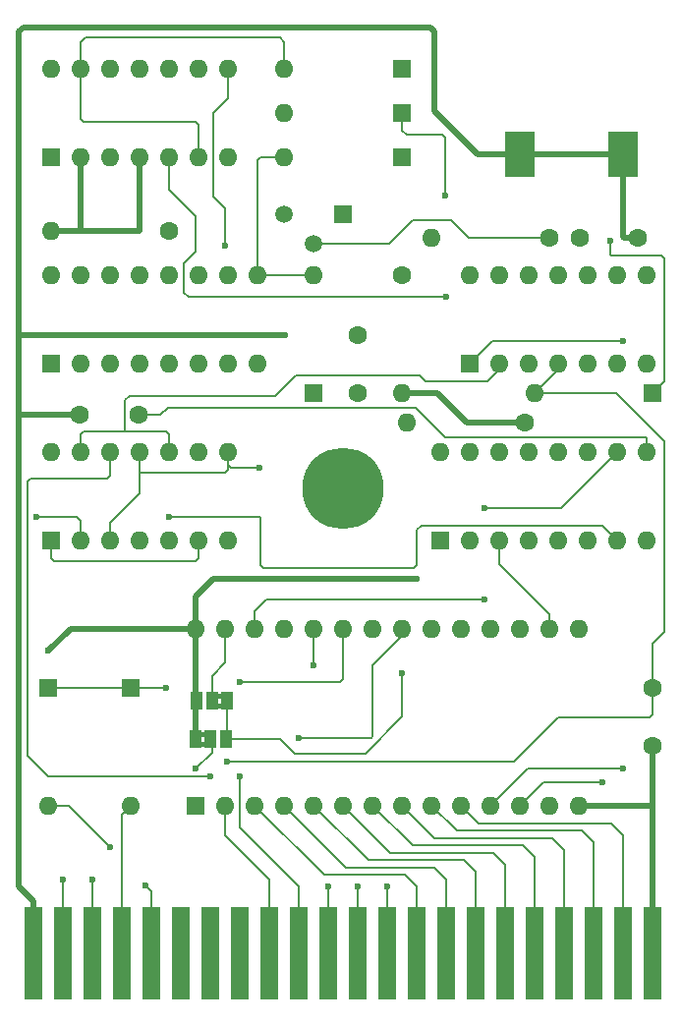
<source format=gbr>
%TF.GenerationSoftware,KiCad,Pcbnew,7.0.10+dfsg-1*%
%TF.CreationDate,2024-01-16T13:03:33+01:00*%
%TF.ProjectId,C64NIKI2,4336344e-494b-4493-922e-6b696361645f,rev?*%
%TF.SameCoordinates,Original*%
%TF.FileFunction,Copper,L2,Bot*%
%TF.FilePolarity,Positive*%
%FSLAX46Y46*%
G04 Gerber Fmt 4.6, Leading zero omitted, Abs format (unit mm)*
G04 Created by KiCad (PCBNEW 7.0.10+dfsg-1) date 2024-01-16 13:03:33*
%MOMM*%
%LPD*%
G01*
G04 APERTURE LIST*
%TA.AperFunction,ComponentPad*%
%ADD10R,1.600000X1.600000*%
%TD*%
%TA.AperFunction,ComponentPad*%
%ADD11O,1.600000X1.600000*%
%TD*%
%TA.AperFunction,ComponentPad*%
%ADD12C,1.600000*%
%TD*%
%TA.AperFunction,SMDPad,CuDef*%
%ADD13R,2.540000X3.871726*%
%TD*%
%TA.AperFunction,ComponentPad*%
%ADD14R,1.500000X1.500000*%
%TD*%
%TA.AperFunction,ComponentPad*%
%ADD15C,1.500000*%
%TD*%
%TA.AperFunction,SMDPad,CuDef*%
%ADD16R,1.000000X1.500000*%
%TD*%
%TA.AperFunction,ComponentPad*%
%ADD17C,7.000000*%
%TD*%
%TA.AperFunction,SMDPad,CuDef*%
%ADD18R,1.524000X8.000000*%
%TD*%
%TA.AperFunction,ViaPad*%
%ADD19C,0.600000*%
%TD*%
%TA.AperFunction,Conductor*%
%ADD20C,0.500000*%
%TD*%
%TA.AperFunction,Conductor*%
%ADD21C,0.200000*%
%TD*%
G04 APERTURE END LIST*
%TA.AperFunction,EtchedComponent*%
%TO.C,JP1*%
G36*
X108820000Y-154105000D02*
G01*
X108320000Y-154105000D01*
X108320000Y-153705000D01*
X108820000Y-153705000D01*
X108820000Y-154105000D01*
G37*
%TD.AperFunction*%
%TA.AperFunction,EtchedComponent*%
G36*
X108820000Y-154905000D02*
G01*
X108320000Y-154905000D01*
X108320000Y-154505000D01*
X108820000Y-154505000D01*
X108820000Y-154905000D01*
G37*
%TD.AperFunction*%
%TA.AperFunction,EtchedComponent*%
%TO.C,JP2*%
G36*
X110217000Y-151603000D02*
G01*
X109717000Y-151603000D01*
X109717000Y-151203000D01*
X110217000Y-151203000D01*
X110217000Y-151603000D01*
G37*
%TD.AperFunction*%
%TA.AperFunction,EtchedComponent*%
G36*
X110217000Y-150803000D02*
G01*
X109717000Y-150803000D01*
X109717000Y-150403000D01*
X110217000Y-150403000D01*
X110217000Y-150803000D01*
G37*
%TD.AperFunction*%
%TD*%
D10*
%TO.P,U4,1*%
%TO.N,Net-(U5-Q2)*%
X131572000Y-121920000D03*
D11*
%TO.P,U4,2*%
%TO.N,Net-(U3-Pad10)*%
X134112000Y-121920000D03*
%TO.P,U4,3*%
%TO.N,Net-(U5-Q1)*%
X136652000Y-121920000D03*
%TO.P,U4,4*%
%TO.N,/EXROM*%
X139192000Y-121920000D03*
%TO.P,U4,5*%
%TO.N,GND*%
X141732000Y-121920000D03*
%TO.P,U4,6*%
%TO.N,unconnected-(U4-Pad6)*%
X144272000Y-121920000D03*
%TO.P,U4,7,GND*%
%TO.N,GND*%
X146812000Y-121920000D03*
%TO.P,U4,8*%
%TO.N,unconnected-(U4-Pad8)*%
X146812000Y-114300000D03*
%TO.P,U4,9*%
%TO.N,GND*%
X144272000Y-114300000D03*
%TO.P,U4,10*%
%TO.N,unconnected-(U4-Pad10)*%
X141732000Y-114300000D03*
%TO.P,U4,11*%
%TO.N,GND*%
X139192000Y-114300000D03*
%TO.P,U4,12*%
%TO.N,unconnected-(U4-Pad12)*%
X136652000Y-114300000D03*
%TO.P,U4,13*%
%TO.N,GND*%
X134112000Y-114300000D03*
%TO.P,U4,14,VCC*%
%TO.N,VCC*%
X131572000Y-114300000D03*
%TD*%
D12*
%TO.P,C3,1*%
%TO.N,Net-(Q1-B)*%
X141010000Y-111125000D03*
%TO.P,C3,2*%
%TO.N,GND*%
X146010000Y-111125000D03*
%TD*%
D10*
%TO.P,U1,1,~{R}*%
%TO.N,Net-(D4-A)*%
X95504000Y-104140000D03*
D11*
%TO.P,U1,2,D*%
%TO.N,VCC*%
X98044000Y-104140000D03*
%TO.P,U1,3,C*%
%TO.N,Net-(U1A-C)*%
X100584000Y-104140000D03*
%TO.P,U1,4,~{S}*%
%TO.N,VCC*%
X103124000Y-104140000D03*
%TO.P,U1,5,Q*%
%TO.N,Net-(U1A-Q)*%
X105664000Y-104140000D03*
%TO.P,U1,6,~{Q}*%
%TO.N,Net-(D3-A)*%
X108204000Y-104140000D03*
%TO.P,U1,7,GND*%
%TO.N,GND*%
X110744000Y-104140000D03*
%TO.P,U1,8,~{Q}*%
%TO.N,Net-(D1-K)*%
X110744000Y-96520000D03*
%TO.P,U1,9,Q*%
%TO.N,Net-(D5-K)*%
X108204000Y-96520000D03*
%TO.P,U1,10,~{S}*%
%TO.N,VCC*%
X105664000Y-96520000D03*
%TO.P,U1,11,C*%
%TO.N,Net-(U1B-C)*%
X103124000Y-96520000D03*
%TO.P,U1,12,D*%
%TO.N,VCC*%
X100584000Y-96520000D03*
%TO.P,U1,13,~{R}*%
%TO.N,Net-(D3-A)*%
X98044000Y-96520000D03*
%TO.P,U1,14,VCC*%
%TO.N,VCC*%
X95504000Y-96520000D03*
%TD*%
D12*
%TO.P,R3,1*%
%TO.N,Net-(Q1-B)*%
X138430000Y-111125000D03*
D11*
%TO.P,R3,2*%
%TO.N,Net-(U5-Q5)*%
X128270000Y-111125000D03*
%TD*%
D13*
%TO.P,SW1,2,2*%
%TO.N,GND*%
X135890000Y-103916863D03*
%TD*%
D14*
%TO.P,Q1,1,C*%
%TO.N,Net-(D4-A)*%
X120650000Y-109085000D03*
D15*
%TO.P,Q1,2,B*%
%TO.N,Net-(Q1-B)*%
X118110000Y-111625000D03*
%TO.P,Q1,3,E*%
%TO.N,GND*%
X115570000Y-109085000D03*
%TD*%
D12*
%TO.P,R1,1*%
%TO.N,Net-(D4-A)*%
X105664000Y-110490000D03*
D11*
%TO.P,R1,2*%
%TO.N,VCC*%
X95504000Y-110490000D03*
%TD*%
D12*
%TO.P,C4,1*%
%TO.N,VCC*%
X121920000Y-124460000D03*
%TO.P,C4,2*%
%TO.N,GND*%
X121920000Y-119460000D03*
%TD*%
D10*
%TO.P,D4,1,K*%
%TO.N,/RESET*%
X125730000Y-100330000D03*
D11*
%TO.P,D4,2,A*%
%TO.N,Net-(D4-A)*%
X115570000Y-100330000D03*
%TD*%
D10*
%TO.P,U2,1,~{MR}*%
%TO.N,VCC*%
X95504000Y-121920000D03*
D11*
%TO.P,U2,2,CP*%
%TO.N,/PHI2*%
X98044000Y-121920000D03*
%TO.P,U2,3,D0*%
%TO.N,unconnected-(U2-D0-Pad3)*%
X100584000Y-121920000D03*
%TO.P,U2,4,D1*%
%TO.N,unconnected-(U2-D1-Pad4)*%
X103124000Y-121920000D03*
%TO.P,U2,5,D2*%
%TO.N,unconnected-(U2-D2-Pad5)*%
X105664000Y-121920000D03*
%TO.P,U2,6,D3*%
%TO.N,unconnected-(U2-D3-Pad6)*%
X108204000Y-121920000D03*
%TO.P,U2,7,CEP*%
%TO.N,unconnected-(U2-CEP-Pad7)*%
X110744000Y-121920000D03*
%TO.P,U2,8,GND*%
%TO.N,GND*%
X113284000Y-121920000D03*
%TO.P,U2,9,~{PE}*%
%TO.N,Net-(D5-A)*%
X113284000Y-114300000D03*
%TO.P,U2,10,CET*%
%TO.N,unconnected-(U2-CET-Pad10)*%
X110744000Y-114300000D03*
%TO.P,U2,11,Q3*%
%TO.N,unconnected-(U2-Q3-Pad11)*%
X108204000Y-114300000D03*
%TO.P,U2,12,Q2*%
%TO.N,Net-(U1A-C)*%
X105664000Y-114300000D03*
%TO.P,U2,13,Q1*%
%TO.N,unconnected-(U2-Q1-Pad13)*%
X103124000Y-114300000D03*
%TO.P,U2,14,Q0*%
%TO.N,unconnected-(U2-Q0-Pad14)*%
X100584000Y-114300000D03*
%TO.P,U2,15,TC*%
%TO.N,unconnected-(U2-TC-Pad15)*%
X98044000Y-114300000D03*
%TO.P,U2,16,VCC*%
%TO.N,VCC*%
X95504000Y-114300000D03*
%TD*%
D12*
%TO.P,C2,1*%
%TO.N,GND*%
X97957000Y-126365000D03*
%TO.P,C2,2*%
%TO.N,/IO1*%
X102957000Y-126365000D03*
%TD*%
%TO.P,C1,1*%
%TO.N,/EXROM*%
X147320000Y-149900000D03*
%TO.P,C1,2*%
%TO.N,GND*%
X147320000Y-154900000D03*
%TD*%
D16*
%TO.P,JP1,1,A*%
%TO.N,VCC*%
X107920000Y-154305000D03*
%TO.P,JP1,2,C*%
%TO.N,Net-(JP1-C)*%
X109220000Y-154305000D03*
%TO.P,JP1,3,B*%
%TO.N,Net-(JP1-B)*%
X110520000Y-154305000D03*
%TD*%
D10*
%TO.P,U3,1*%
%TO.N,/GAME*%
X95504000Y-137160000D03*
D11*
%TO.P,U3,2*%
%TO.N,/ROMH*%
X98044000Y-137160000D03*
%TO.P,U3,3*%
%TO.N,Net-(U6-~{CE})*%
X100584000Y-137160000D03*
%TO.P,U3,4*%
%TO.N,Net-(D3-A)*%
X103124000Y-137160000D03*
%TO.P,U3,5*%
%TO.N,Net-(U5-Q2)*%
X105664000Y-137160000D03*
%TO.P,U3,6*%
%TO.N,/GAME*%
X108204000Y-137160000D03*
%TO.P,U3,7,GND*%
%TO.N,GND*%
X110744000Y-137160000D03*
%TO.P,U3,8*%
%TO.N,Net-(U6-~{CE})*%
X110744000Y-129540000D03*
%TO.P,U3,9*%
%TO.N,/ROML*%
X108204000Y-129540000D03*
%TO.P,U3,10*%
%TO.N,Net-(U3-Pad10)*%
X105664000Y-129540000D03*
%TO.P,U3,11*%
%TO.N,Net-(U6-~{CE})*%
X103124000Y-129540000D03*
%TO.P,U3,12*%
%TO.N,/IO2*%
X100584000Y-129540000D03*
%TO.P,U3,13*%
%TO.N,Net-(U3-Pad10)*%
X98044000Y-129540000D03*
%TO.P,U3,14,VCC*%
%TO.N,VCC*%
X95504000Y-129540000D03*
%TD*%
D12*
%TO.P,R2,1*%
%TO.N,VCC*%
X136271000Y-127000000D03*
D11*
%TO.P,R2,2*%
%TO.N,Net-(U6-~{CE})*%
X126111000Y-127000000D03*
%TD*%
D10*
%TO.P,D2,1,K*%
%TO.N,Net-(D1-K)*%
X102362000Y-149860000D03*
D11*
%TO.P,D2,2,A*%
%TO.N,/NMI*%
X102362000Y-160020000D03*
%TD*%
D12*
%TO.P,R4,1*%
%TO.N,Net-(U1B-C)*%
X125730000Y-114300000D03*
D11*
%TO.P,R4,2*%
%TO.N,VCC*%
X125730000Y-124460000D03*
%TD*%
D10*
%TO.P,D1,1,K*%
%TO.N,Net-(D1-K)*%
X95250000Y-149860000D03*
D11*
%TO.P,D1,2,A*%
%TO.N,/IRQ*%
X95250000Y-160020000D03*
%TD*%
D16*
%TO.P,JP2,1,A*%
%TO.N,Net-(JP1-B)*%
X110617000Y-151003000D03*
%TO.P,JP2,2,C*%
%TO.N,Net-(JP2-C)*%
X109317000Y-151003000D03*
%TO.P,JP2,3,B*%
%TO.N,VCC*%
X108017000Y-151003000D03*
%TD*%
D10*
%TO.P,D6,1,K*%
%TO.N,/BA*%
X118110000Y-124460000D03*
D11*
%TO.P,D6,2,A*%
%TO.N,Net-(D5-A)*%
X118110000Y-114300000D03*
%TD*%
D10*
%TO.P,D7,1,K*%
%TO.N,/RESET*%
X147320000Y-124460000D03*
D11*
%TO.P,D7,2,A*%
%TO.N,/EXROM*%
X137160000Y-124460000D03*
%TD*%
D10*
%TO.P,D3,1,K*%
%TO.N,/RESET*%
X125730000Y-96520000D03*
D11*
%TO.P,D3,2,A*%
%TO.N,Net-(D3-A)*%
X115570000Y-96520000D03*
%TD*%
D10*
%TO.P,U6,1,VPP*%
%TO.N,Net-(JP1-C)*%
X107950000Y-160020000D03*
D11*
%TO.P,U6,2,A12*%
%TO.N,/A12*%
X110490000Y-160020000D03*
%TO.P,U6,3,A7*%
%TO.N,/A7*%
X113030000Y-160020000D03*
%TO.P,U6,4,A6*%
%TO.N,/A6*%
X115570000Y-160020000D03*
%TO.P,U6,5,A5*%
%TO.N,/A5*%
X118110000Y-160020000D03*
%TO.P,U6,6,A4*%
%TO.N,/A4*%
X120650000Y-160020000D03*
%TO.P,U6,7,A3*%
%TO.N,/A3*%
X123190000Y-160020000D03*
%TO.P,U6,8,A2*%
%TO.N,/A2*%
X125730000Y-160020000D03*
%TO.P,U6,9,A1*%
%TO.N,/A1*%
X128270000Y-160020000D03*
%TO.P,U6,10,A0*%
%TO.N,/A0*%
X130810000Y-160020000D03*
%TO.P,U6,11,D0*%
%TO.N,/D0*%
X133350000Y-160020000D03*
%TO.P,U6,12,D1*%
%TO.N,/D1*%
X135890000Y-160020000D03*
%TO.P,U6,13,D2*%
%TO.N,/D2*%
X138430000Y-160020000D03*
%TO.P,U6,14,GND*%
%TO.N,GND*%
X140970000Y-160020000D03*
%TO.P,U6,15,D3*%
%TO.N,/D3*%
X140970000Y-144780000D03*
%TO.P,U6,16,D4*%
%TO.N,/D4*%
X138430000Y-144780000D03*
%TO.P,U6,17,D5*%
%TO.N,/D5*%
X135890000Y-144780000D03*
%TO.P,U6,18,D6*%
%TO.N,/D6*%
X133350000Y-144780000D03*
%TO.P,U6,19,D7*%
%TO.N,/D7*%
X130810000Y-144780000D03*
%TO.P,U6,20,~{CE}*%
%TO.N,Net-(U6-~{CE})*%
X128270000Y-144780000D03*
%TO.P,U6,21,A10*%
%TO.N,/A10*%
X125730000Y-144780000D03*
%TO.P,U6,22,~{OE}*%
%TO.N,Net-(U6-~{CE})*%
X123190000Y-144780000D03*
%TO.P,U6,23,A11*%
%TO.N,/A11*%
X120650000Y-144780000D03*
%TO.P,U6,24,A9*%
%TO.N,/A9*%
X118110000Y-144780000D03*
%TO.P,U6,25,A8*%
%TO.N,/A8*%
X115570000Y-144780000D03*
%TO.P,U6,26,A13*%
%TO.N,Net-(U5-Q3)*%
X113030000Y-144780000D03*
%TO.P,U6,27,A14*%
%TO.N,Net-(JP2-C)*%
X110490000Y-144780000D03*
%TO.P,U6,28,VCC*%
%TO.N,VCC*%
X107950000Y-144780000D03*
%TD*%
D17*
%TO.P,J1,*%
%TO.N,*%
X120650000Y-132716274D03*
D18*
%TO.P,J1,A,Pin_A*%
%TO.N,GND*%
X93980000Y-172720000D03*
%TO.P,J1,B,Pin_B*%
%TO.N,/ROMH*%
X96520000Y-172720000D03*
%TO.P,J1,C,Pin_C*%
%TO.N,/RESET*%
X99060000Y-172720000D03*
%TO.P,J1,D,Pin_D*%
%TO.N,/NMI*%
X101600000Y-172720000D03*
%TO.P,J1,E,Pin_E*%
%TO.N,/PHI2*%
X104140000Y-172720000D03*
%TO.P,J1,F,Pin_F*%
%TO.N,/A15*%
X106680000Y-172720000D03*
%TO.P,J1,H,Pin_H*%
%TO.N,/A14*%
X109220000Y-172720000D03*
%TO.P,J1,J,Pin_J*%
%TO.N,/A13*%
X111760000Y-172720000D03*
%TO.P,J1,K,Pin_K*%
%TO.N,/A12*%
X114300000Y-172720000D03*
%TO.P,J1,L,Pin_L*%
%TO.N,/A11*%
X116840000Y-172720000D03*
%TO.P,J1,M,Pin_M*%
%TO.N,/A10*%
X119380000Y-172720000D03*
%TO.P,J1,N,Pin_N*%
%TO.N,/A9*%
X121920000Y-172720000D03*
%TO.P,J1,P,Pin_P*%
%TO.N,/A8*%
X124460000Y-172720000D03*
%TO.P,J1,R,Pin_R*%
%TO.N,/A7*%
X127000000Y-172720000D03*
%TO.P,J1,S,Pin_S*%
%TO.N,/A6*%
X129540000Y-172720000D03*
%TO.P,J1,T,Pin_T*%
%TO.N,/A5*%
X132080000Y-172720000D03*
%TO.P,J1,U,Pin_U*%
%TO.N,/A4*%
X134620000Y-172720000D03*
%TO.P,J1,V,Pin_V*%
%TO.N,/A3*%
X137160000Y-172720000D03*
%TO.P,J1,W,Pin_W*%
%TO.N,/A2*%
X139700000Y-172720000D03*
%TO.P,J1,X,Pin_X*%
%TO.N,/A1*%
X142240000Y-172720000D03*
%TO.P,J1,Y,Pin_Y*%
%TO.N,/A0*%
X144780000Y-172720000D03*
%TO.P,J1,Z,Pin_Z*%
%TO.N,GND*%
X147320000Y-172720000D03*
%TD*%
D10*
%TO.P,U5,1,~{Mr}*%
%TO.N,Net-(U1A-Q)*%
X129032000Y-137160000D03*
D11*
%TO.P,U5,2,Q0*%
%TO.N,Net-(JP1-B)*%
X131572000Y-137160000D03*
%TO.P,U5,3,D0*%
%TO.N,/D4*%
X134112000Y-137160000D03*
%TO.P,U5,4,D1*%
%TO.N,/D3*%
X136652000Y-137160000D03*
%TO.P,U5,5,Q1*%
%TO.N,Net-(U5-Q1)*%
X139192000Y-137160000D03*
%TO.P,U5,6,D2*%
%TO.N,/D1*%
X141732000Y-137160000D03*
%TO.P,U5,7,Q2*%
%TO.N,Net-(U5-Q2)*%
X144272000Y-137160000D03*
%TO.P,U5,8,GND*%
%TO.N,GND*%
X146812000Y-137160000D03*
%TO.P,U5,9,Cp*%
%TO.N,/IO1*%
X146812000Y-129540000D03*
%TO.P,U5,10,Q3*%
%TO.N,Net-(U5-Q3)*%
X144272000Y-129540000D03*
%TO.P,U5,11,D3*%
%TO.N,/D0*%
X141732000Y-129540000D03*
%TO.P,U5,12,Q4*%
%TO.N,unconnected-(U5-Q4-Pad12)*%
X139192000Y-129540000D03*
%TO.P,U5,13,D4*%
%TO.N,unconnected-(U5-D4-Pad13)*%
X136652000Y-129540000D03*
%TO.P,U5,14,D5*%
%TO.N,/D2*%
X134112000Y-129540000D03*
%TO.P,U5,15,Q5*%
%TO.N,Net-(U5-Q5)*%
X131572000Y-129540000D03*
%TO.P,U5,16,VCC*%
%TO.N,VCC*%
X129032000Y-129540000D03*
%TD*%
D10*
%TO.P,D5,1,K*%
%TO.N,Net-(D5-K)*%
X125730000Y-104140000D03*
D11*
%TO.P,D5,2,A*%
%TO.N,Net-(D5-A)*%
X115570000Y-104140000D03*
%TD*%
D13*
%TO.P,SW2,2,2*%
%TO.N,GND*%
X144780000Y-103916863D03*
%TD*%
D19*
%TO.N,VCC*%
X127000000Y-140462000D03*
X95250000Y-146685000D03*
%TO.N,Net-(U6-~{CE})*%
X113411000Y-130937000D03*
%TO.N,GND*%
X115617000Y-119460000D03*
X147320000Y-160020000D03*
%TO.N,/D0*%
X144780000Y-156845000D03*
%TO.N,/D1*%
X143002000Y-157988000D03*
%TO.N,/A10*%
X116840000Y-154178000D03*
X119380000Y-167005000D03*
%TO.N,/A11*%
X111760000Y-149352000D03*
X111760000Y-157480000D03*
%TO.N,/A9*%
X118110000Y-147955000D03*
X121920000Y-167005000D03*
%TO.N,/A8*%
X124460000Y-167005000D03*
%TO.N,Net-(U5-Q3)*%
X132842000Y-134366000D03*
X132842000Y-142240000D03*
%TO.N,Net-(JP1-C)*%
X107950000Y-156845000D03*
%TO.N,Net-(U1A-Q)*%
X129540000Y-116205000D03*
%TO.N,Net-(U5-Q2)*%
X144780000Y-120015000D03*
X105664000Y-135128000D03*
%TO.N,Net-(JP1-B)*%
X125730000Y-148590000D03*
%TO.N,/PHI2*%
X103632000Y-166878000D03*
%TO.N,/EXROM*%
X110617000Y-156210000D03*
%TO.N,/ROMH*%
X96520000Y-166370000D03*
X94234000Y-135128000D03*
%TO.N,Net-(D1-K)*%
X105410000Y-149860000D03*
X110490000Y-111760000D03*
%TO.N,/IO2*%
X109220000Y-157480000D03*
%TO.N,/RESET*%
X129413000Y-107442000D03*
X143637000Y-111379000D03*
X99060000Y-166370000D03*
%TO.N,/IRQ*%
X100584000Y-163576000D03*
%TD*%
D20*
%TO.N,VCC*%
X99060000Y-110490000D02*
X98044000Y-110490000D01*
X103124000Y-110490000D02*
X103124000Y-104140000D01*
X95250000Y-146685000D02*
X97155000Y-144780000D01*
X98044000Y-110490000D02*
X98044000Y-104140000D01*
X99060000Y-110490000D02*
X103124000Y-110490000D01*
X107950000Y-141986000D02*
X107950000Y-144780000D01*
X107950000Y-144780000D02*
X107950000Y-154238000D01*
X128778000Y-124460000D02*
X125730000Y-124460000D01*
X127000000Y-140462000D02*
X109474000Y-140462000D01*
X97155000Y-144780000D02*
X107950000Y-144780000D01*
X131318000Y-127000000D02*
X128778000Y-124460000D01*
X109474000Y-140462000D02*
X107950000Y-141986000D01*
X136271000Y-127000000D02*
X131318000Y-127000000D01*
X99060000Y-110490000D02*
X95504000Y-110490000D01*
X107950000Y-154238000D02*
X108017000Y-154305000D01*
D21*
%TO.N,Net-(Q1-B)*%
X129921000Y-109601000D02*
X131445000Y-111125000D01*
X126619000Y-109601000D02*
X129921000Y-109601000D01*
X118110000Y-111625000D02*
X124595000Y-111625000D01*
X131445000Y-111125000D02*
X138430000Y-111125000D01*
X124595000Y-111625000D02*
X126619000Y-109601000D01*
%TO.N,Net-(U6-~{CE})*%
X103124000Y-131318000D02*
X103124000Y-133096000D01*
X103124000Y-129540000D02*
X103124000Y-131318000D01*
X110490000Y-131318000D02*
X104140000Y-131318000D01*
X110744000Y-129540000D02*
X110744000Y-131064000D01*
X110744000Y-131064000D02*
X110490000Y-131318000D01*
X110998000Y-130937000D02*
X110744000Y-130683000D01*
X100584000Y-135636000D02*
X100584000Y-137160000D01*
X104140000Y-131318000D02*
X103124000Y-131318000D01*
X113411000Y-130937000D02*
X110998000Y-130937000D01*
X103124000Y-133096000D02*
X100584000Y-135636000D01*
X110744000Y-130683000D02*
X110744000Y-129540000D01*
D20*
%TO.N,GND*%
X92837000Y-126365000D02*
X92710000Y-126492000D01*
X132207000Y-103886000D02*
X128524000Y-100203000D01*
X147320000Y-160020000D02*
X147320000Y-154900000D01*
X93980000Y-168275000D02*
X93980000Y-172720000D01*
X144907000Y-111125000D02*
X144780000Y-110998000D01*
X146010000Y-111125000D02*
X144907000Y-111125000D01*
X93091000Y-92964000D02*
X92710000Y-93345000D01*
X92710000Y-167005000D02*
X93980000Y-168275000D01*
X92790000Y-119460000D02*
X92710000Y-119380000D01*
X128524000Y-93345000D02*
X128143000Y-92964000D01*
X135859137Y-103886000D02*
X132207000Y-103886000D01*
X115617000Y-119460000D02*
X92790000Y-119460000D01*
X135890000Y-103916863D02*
X135859137Y-103886000D01*
X92710000Y-119380000D02*
X92710000Y-126492000D01*
X147320000Y-172720000D02*
X147320000Y-160020000D01*
X128143000Y-92964000D02*
X93091000Y-92964000D01*
X92710000Y-126492000D02*
X92710000Y-167005000D01*
X144780000Y-110998000D02*
X144780000Y-103916863D01*
X144780000Y-103916863D02*
X135890000Y-103916863D01*
X128524000Y-100203000D02*
X128524000Y-93345000D01*
X97957000Y-126365000D02*
X92837000Y-126365000D01*
X92710000Y-93345000D02*
X92710000Y-119380000D01*
X147320000Y-160020000D02*
X140970000Y-160020000D01*
D21*
%TO.N,/A12*%
X114300000Y-166370000D02*
X110490000Y-162560000D01*
X110490000Y-162560000D02*
X110490000Y-160020000D01*
X114300000Y-172720000D02*
X114300000Y-166370000D01*
%TO.N,/A7*%
X125984000Y-165989000D02*
X127000000Y-167005000D01*
X113030000Y-160020000D02*
X118999000Y-165989000D01*
X127000000Y-167005000D02*
X127000000Y-172720000D01*
X118999000Y-165989000D02*
X125984000Y-165989000D01*
%TO.N,/A6*%
X115570000Y-160020000D02*
X120904000Y-165354000D01*
X120904000Y-165354000D02*
X128524000Y-165354000D01*
X129540000Y-166370000D02*
X129540000Y-172720000D01*
X128524000Y-165354000D02*
X129540000Y-166370000D01*
%TO.N,/A5*%
X122809000Y-164719000D02*
X131064000Y-164719000D01*
X132080000Y-165735000D02*
X132080000Y-172720000D01*
X118110000Y-160020000D02*
X122809000Y-164719000D01*
X131064000Y-164719000D02*
X132080000Y-165735000D01*
%TO.N,/A4*%
X120650000Y-160020000D02*
X124714000Y-164084000D01*
X124714000Y-164084000D02*
X133604000Y-164084000D01*
X133604000Y-164084000D02*
X134620000Y-165100000D01*
X134620000Y-165100000D02*
X134620000Y-172720000D01*
%TO.N,/A3*%
X123190000Y-160020000D02*
X126619000Y-163449000D01*
X136144000Y-163449000D02*
X137160000Y-164465000D01*
X126619000Y-163449000D02*
X136144000Y-163449000D01*
X137160000Y-164465000D02*
X137160000Y-172720000D01*
%TO.N,/A2*%
X128524000Y-162814000D02*
X138684000Y-162814000D01*
X138684000Y-162814000D02*
X139700000Y-163830000D01*
X139700000Y-163830000D02*
X139700000Y-172720000D01*
X125730000Y-160020000D02*
X128524000Y-162814000D01*
%TO.N,/A1*%
X142240000Y-163195000D02*
X142240000Y-172720000D01*
X141224000Y-162179000D02*
X142240000Y-163195000D01*
X130429000Y-162179000D02*
X141224000Y-162179000D01*
X128270000Y-160020000D02*
X130429000Y-162179000D01*
%TO.N,/A0*%
X144780000Y-162560000D02*
X144780000Y-172720000D01*
X143764000Y-161544000D02*
X144780000Y-162560000D01*
X132334000Y-161544000D02*
X143764000Y-161544000D01*
X130810000Y-160020000D02*
X132334000Y-161544000D01*
%TO.N,/D0*%
X133350000Y-160020000D02*
X136525000Y-156845000D01*
X136525000Y-156845000D02*
X144780000Y-156845000D01*
%TO.N,/D1*%
X137922000Y-157988000D02*
X135890000Y-160020000D01*
X143002000Y-157988000D02*
X137922000Y-157988000D01*
%TO.N,/D4*%
X138430000Y-143510000D02*
X134112000Y-139192000D01*
X138430000Y-144780000D02*
X138430000Y-143510000D01*
X134112000Y-139192000D02*
X134112000Y-137160000D01*
%TO.N,/A10*%
X123063000Y-154178000D02*
X123190000Y-154051000D01*
X116840000Y-154178000D02*
X123063000Y-154178000D01*
X119380000Y-172720000D02*
X119380000Y-167005000D01*
X123190000Y-154051000D02*
X123190000Y-147955000D01*
X125730000Y-145415000D02*
X125730000Y-144780000D01*
X123190000Y-147955000D02*
X125730000Y-145415000D01*
%TO.N,/A11*%
X116840000Y-172720000D02*
X116840000Y-167005000D01*
X111760000Y-161925000D02*
X111760000Y-157480000D01*
X120396000Y-149352000D02*
X120650000Y-149098000D01*
X111760000Y-149352000D02*
X120396000Y-149352000D01*
X116840000Y-167005000D02*
X111760000Y-161925000D01*
X120650000Y-149098000D02*
X120650000Y-144780000D01*
%TO.N,/A9*%
X121920000Y-172720000D02*
X121920000Y-167005000D01*
X118110000Y-147955000D02*
X118110000Y-144780000D01*
%TO.N,/A8*%
X124460000Y-172720000D02*
X124460000Y-167005000D01*
%TO.N,Net-(U5-Q3)*%
X114046000Y-142240000D02*
X113030000Y-143256000D01*
X139446000Y-134366000D02*
X144272000Y-129540000D01*
X113030000Y-143256000D02*
X113030000Y-144780000D01*
X132842000Y-134366000D02*
X139446000Y-134366000D01*
X132842000Y-142240000D02*
X114046000Y-142240000D01*
%TO.N,Net-(JP1-C)*%
X109317000Y-155478000D02*
X109317000Y-154305000D01*
X107950000Y-156845000D02*
X109317000Y-155478000D01*
%TO.N,Net-(U1A-Q)*%
X105664000Y-106934000D02*
X105664000Y-104140000D01*
X107950000Y-109220000D02*
X105664000Y-106934000D01*
X106934000Y-115824000D02*
X106934000Y-113284000D01*
X106934000Y-113284000D02*
X107950000Y-112268000D01*
X129540000Y-116205000D02*
X107315000Y-116205000D01*
X107315000Y-116205000D02*
X106934000Y-115824000D01*
X107950000Y-112268000D02*
X107950000Y-109220000D01*
%TO.N,Net-(U5-Q2)*%
X127000000Y-136271000D02*
X127381000Y-135890000D01*
X127000000Y-139319000D02*
X127000000Y-136271000D01*
X133477000Y-120015000D02*
X131572000Y-121920000D01*
X126746000Y-139573000D02*
X127000000Y-139319000D01*
X113538000Y-135255000D02*
X113538000Y-139319000D01*
X127381000Y-135890000D02*
X143002000Y-135890000D01*
X144780000Y-120015000D02*
X133477000Y-120015000D01*
X113538000Y-139319000D02*
X113792000Y-139573000D01*
X143002000Y-135890000D02*
X144272000Y-137160000D01*
X113411000Y-135128000D02*
X113538000Y-135255000D01*
X105664000Y-135128000D02*
X113411000Y-135128000D01*
X113792000Y-139573000D02*
X126746000Y-139573000D01*
%TO.N,Net-(JP2-C)*%
X110490000Y-147701000D02*
X110490000Y-144780000D01*
X109347000Y-148844000D02*
X109347000Y-151003000D01*
X109347000Y-148844000D02*
X110490000Y-147701000D01*
%TO.N,Net-(JP1-B)*%
X125730000Y-148590000D02*
X125730000Y-152330686D01*
X115189000Y-154305000D02*
X110617000Y-154305000D01*
X110617000Y-154305000D02*
X110617000Y-151070000D01*
X125730000Y-152330686D02*
X122520686Y-155540000D01*
X110617000Y-151070000D02*
X110550000Y-151003000D01*
X122520686Y-155540000D02*
X116424000Y-155540000D01*
X116424000Y-155540000D02*
X115189000Y-154305000D01*
%TO.N,Net-(D5-A)*%
X118110000Y-114300000D02*
X118100000Y-114290000D01*
X113538000Y-104140000D02*
X115570000Y-104140000D01*
X113284000Y-104394000D02*
X113538000Y-104140000D01*
X114290000Y-114290000D02*
X113284000Y-114290000D01*
X113294000Y-114290000D02*
X113284000Y-114300000D01*
X118100000Y-114290000D02*
X114290000Y-114290000D01*
X114290000Y-114290000D02*
X113294000Y-114290000D01*
X113284000Y-114290000D02*
X113284000Y-104394000D01*
%TO.N,Net-(U3-Pad10)*%
X133096000Y-123444000D02*
X127762000Y-123444000D01*
X105410000Y-127762000D02*
X105664000Y-128016000D01*
X102616000Y-127762000D02*
X98298000Y-127762000D01*
X98044000Y-128016000D02*
X98044000Y-129540000D01*
X134112000Y-121920000D02*
X134112000Y-122428000D01*
X102235000Y-124714000D02*
X101854000Y-125095000D01*
X102616000Y-127762000D02*
X105410000Y-127762000D01*
X127254000Y-122936000D02*
X116586000Y-122936000D01*
X98298000Y-127762000D02*
X98044000Y-128016000D01*
X116586000Y-122936000D02*
X114808000Y-124714000D01*
X105664000Y-128016000D02*
X105664000Y-129540000D01*
X101854000Y-125095000D02*
X101854000Y-127762000D01*
X114808000Y-124714000D02*
X102235000Y-124714000D01*
X127762000Y-123444000D02*
X127254000Y-122936000D01*
X134112000Y-122428000D02*
X133096000Y-123444000D01*
%TO.N,/IO1*%
X105537000Y-125730000D02*
X104902000Y-126365000D01*
X129413000Y-128270000D02*
X126873000Y-125730000D01*
X146812000Y-129540000D02*
X146812000Y-128270000D01*
X104902000Y-126365000D02*
X102957000Y-126365000D01*
X146812000Y-128270000D02*
X129413000Y-128270000D01*
X126873000Y-125730000D02*
X105537000Y-125730000D01*
%TO.N,/PHI2*%
X104140000Y-172720000D02*
X104140000Y-169164000D01*
X104140000Y-167386000D02*
X103632000Y-166878000D01*
X104140000Y-169164000D02*
X104140000Y-167386000D01*
%TO.N,/EXROM*%
X148336000Y-145034000D02*
X148336000Y-128651000D01*
X135382000Y-156210000D02*
X139192000Y-152400000D01*
X147320000Y-149900000D02*
X147320000Y-146050000D01*
X147066000Y-152400000D02*
X147320000Y-152146000D01*
X139192000Y-122428000D02*
X139192000Y-121920000D01*
X147320000Y-146050000D02*
X148336000Y-145034000D01*
X144145000Y-124460000D02*
X137160000Y-124460000D01*
X137160000Y-124460000D02*
X139192000Y-122428000D01*
X110617000Y-156210000D02*
X135382000Y-156210000D01*
X147320000Y-152146000D02*
X147320000Y-149900000D01*
X148336000Y-128651000D02*
X144145000Y-124460000D01*
X139192000Y-152400000D02*
X147066000Y-152400000D01*
%TO.N,Net-(D3-A)*%
X115570000Y-96520000D02*
X115570000Y-94234000D01*
X98044000Y-100838000D02*
X98298000Y-101092000D01*
X108204000Y-101346000D02*
X108204000Y-104140000D01*
X98298000Y-101092000D02*
X107950000Y-101092000D01*
X98044000Y-94234000D02*
X98044000Y-100838000D01*
X115570000Y-94234000D02*
X115189000Y-93853000D01*
X115189000Y-93853000D02*
X98425000Y-93853000D01*
X98425000Y-93853000D02*
X98044000Y-94234000D01*
X107950000Y-101092000D02*
X108204000Y-101346000D01*
%TO.N,/GAME*%
X107950000Y-138938000D02*
X108204000Y-138684000D01*
X95504000Y-138684000D02*
X95758000Y-138938000D01*
X95504000Y-137160000D02*
X95504000Y-138684000D01*
X108204000Y-138684000D02*
X108204000Y-137160000D01*
X95758000Y-138938000D02*
X107950000Y-138938000D01*
%TO.N,/ROMH*%
X98034000Y-135499000D02*
X98034000Y-137150000D01*
X97663000Y-135128000D02*
X98034000Y-135499000D01*
X96520000Y-172720000D02*
X96520000Y-166370000D01*
X94234000Y-135128000D02*
X97663000Y-135128000D01*
%TO.N,Net-(D1-K)*%
X109474000Y-100330000D02*
X110744000Y-99060000D01*
X109474000Y-107569000D02*
X109474000Y-100330000D01*
X95250000Y-149860000D02*
X102362000Y-149860000D01*
X110744000Y-99060000D02*
X110744000Y-96520000D01*
X110490000Y-111760000D02*
X110490000Y-108585000D01*
X110490000Y-108585000D02*
X109474000Y-107569000D01*
X102362000Y-149860000D02*
X105410000Y-149860000D01*
%TO.N,/IO2*%
X93472000Y-132080000D02*
X93726000Y-131826000D01*
X109220000Y-157480000D02*
X95250000Y-157480000D01*
X95250000Y-157480000D02*
X93472000Y-155702000D01*
X93726000Y-131826000D02*
X100330000Y-131826000D01*
X100330000Y-131826000D02*
X100584000Y-131572000D01*
X100584000Y-131572000D02*
X100584000Y-129540000D01*
X93472000Y-155702000D02*
X93472000Y-132080000D01*
%TO.N,/RESET*%
X129413000Y-107442000D02*
X129413000Y-102489000D01*
X148336000Y-123190000D02*
X148336000Y-112903000D01*
X126111000Y-102235000D02*
X125730000Y-101854000D01*
X147320000Y-124460000D02*
X148336000Y-123444000D01*
X148082000Y-112649000D02*
X143764000Y-112649000D01*
X148336000Y-112903000D02*
X148082000Y-112649000D01*
X143764000Y-112649000D02*
X143637000Y-112522000D01*
X129413000Y-102489000D02*
X129159000Y-102235000D01*
X125730000Y-101854000D02*
X125730000Y-100330000D01*
X129159000Y-102235000D02*
X126111000Y-102235000D01*
X148336000Y-123444000D02*
X148336000Y-123190000D01*
X143637000Y-112522000D02*
X143637000Y-111379000D01*
X99060000Y-172720000D02*
X99060000Y-166370000D01*
%TO.N,/NMI*%
X101600000Y-172720000D02*
X101600000Y-160782000D01*
X101600000Y-160782000D02*
X102362000Y-160020000D01*
%TO.N,/IRQ*%
X97028000Y-160020000D02*
X100584000Y-163576000D01*
X95250000Y-160020000D02*
X97028000Y-160020000D01*
%TD*%
M02*

</source>
